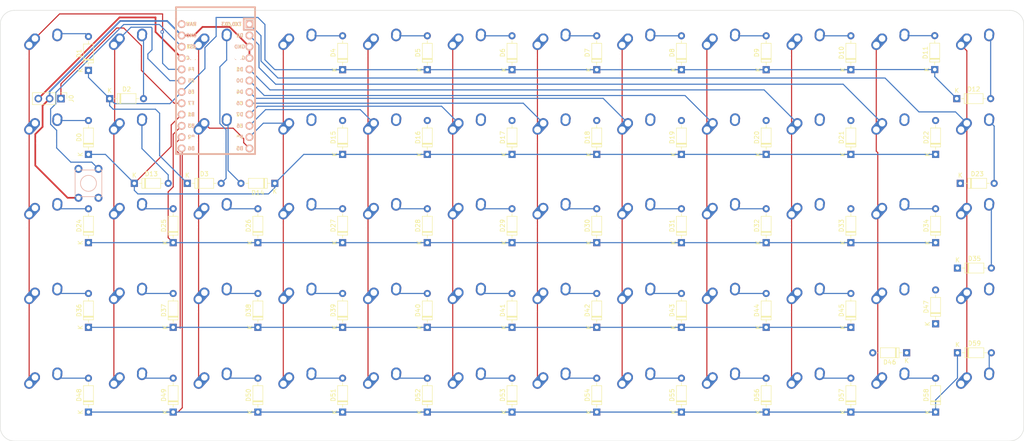
<source format=kicad_pcb>
(kicad_pcb (version 20211014) (generator pcbnew)
  (layers (0 "F.Cu" signal) (31 "B.Cu" signal) (34 "B.Paste" user) (35 "F.Paste" user) (36 "B.SilkS" user "B.Silkscreen") (37 "F.SilkS" user "F.Silkscreen") (38 "B.Mask" user) (39 "F.Mask" user) (44 "Edge.Cuts" user))
  (net 0 "")
  (net 1 "/COL0")
  (net 2 "/COL1")
  (net 3 "/COL2")
  (net 4 "/COL3")
  (net 5 "/COL4")
  (net 6 "/COL5")
  (net 7 "/COL6")
  (net 8 "/COL7")
  (net 9 "/COL8")
  (net 10 "/COL9")
  (net 11 "/COL10")
  (net 12 "/COL11")
  (net 13 "/PIN15")
  (net 14 "GND")
  (net 15 "+5V")
  (net 16 "/ROW0")
  (net 17 "/ROW1")
  (net 18 "/ROW2")
  (net 19 "/ROW3")
  (net 20 "/ROW4")
  (net 21 "Net-(D1-Pad2)")
  (net 22 "Net-(SW3-Pad2)")
  (net 23 "Net-(SW4-Pad2)")
  (net 24 "Net-(SW5-Pad2)")
  (net 25 "Net-(SW6-Pad2)")
  (net 26 "Net-(D7-Pad2)")
  (net 27 "Net-(SW9-Pad2)")
  (net 28 "Net-(SW10-Pad2)")
  (net 29 "Net-(SW11-Pad2)")
  (net 30 "Net-(SW12-Pad2)")
  (net 31 "Net-(D13-Pad2)")
  (net 32 "Net-(D14-Pad2)")
  (net 33 "Net-(D15-Pad2)")
  (net 34 "Net-(D16-Pad2)")
  (net 35 "Net-(D17-Pad2)")
  (net 36 "Net-(D18-Pad2)")
  (net 37 "Net-(D19-Pad2)")
  (net 38 "Net-(D20-Pad2)")
  (net 39 "Net-(D21-Pad2)")
  (net 40 "Net-(D22-Pad2)")
  (net 41 "Net-(D23-Pad2)")
  (net 42 "Net-(D24-Pad2)")
  (net 43 "Net-(D25-Pad2)")
  (net 44 "Net-(D26-Pad2)")
  (net 45 "Net-(D27-Pad2)")
  (net 46 "Net-(D28-Pad2)")
  (net 47 "Net-(D29-Pad2)")
  (net 48 "Net-(D30-Pad2)")
  (net 49 "Net-(D31-Pad2)")
  (net 50 "Net-(D32-Pad2)")
  (net 51 "Net-(D33-Pad2)")
  (net 52 "Net-(D34-Pad2)")
  (net 53 "Net-(D35-Pad2)")
  (net 54 "Net-(D36-Pad2)")
  (net 55 "Net-(D37-Pad2)")
  (net 56 "Net-(D38-Pad2)")
  (net 57 "Net-(D39-Pad2)")
  (net 58 "Net-(D40-Pad2)")
  (net 59 "Net-(D41-Pad2)")
  (net 60 "Net-(D42-Pad2)")
  (net 61 "Net-(D43-Pad2)")
  (net 62 "Net-(D44-Pad2)")
  (net 63 "Net-(D45-Pad2)")
  (net 64 "Net-(D46-Pad2)")
  (net 65 "Net-(D47-Pad2)")
  (net 66 "Net-(D48-Pad2)")
  (net 67 "Net-(D49-Pad2)")
  (net 68 "Net-(D50-Pad2)")
  (net 69 "Net-(D51-Pad2)")
  (net 70 "Net-(D52-Pad2)")
  (net 71 "Net-(D53-Pad2)")
  (net 72 "Net-(D54-Pad2)")
  (net 73 "Net-(D55-Pad2)")
  (net 74 "Net-(D56-Pad2)")
  (net 75 "Net-(D57-Pad2)")
  (net 76 "Net-(D58-Pad2)")
  (net 77 "Net-(D59-Pad2)")
  (net 78 "Net-(SW2-Pad2)")
  (net 79 "Net-(SW8-Pad2)")
  (net 80 "Net-(SW61-Pad1)")
  (net 81 "Net-(D0-Pad2)")
  (footprint "Diode_THT:D_DO-35_SOD27_P7.62mm_Horizontal" (layer "F.Cu") (at 57.15 42.8625)
    (fp_text reference "D2")
    (fp_text value "1N4148")
  )
  (footprint "MX_Alps_Hybrid:MX-1U-NoLED" (layer "F.Cu") (at 214.3125 90.4875)
    (fp_text reference "SW45")
    (fp_text value "MX")
  )
  (footprint "Diode_THT:D_DO-35_SOD27_P7.62mm_Horizontal" (layer "F.Cu") (at 242.697 36.322 90)
    (fp_text reference "D11")
    (fp_text value "1N4148")
  )
  (footprint "MX_Alps_Hybrid:MX-1U-NoLED" (layer "F.Cu") (at 61.9125 90.4875)
    (fp_text reference "SW37")
    (fp_text value "MX")
  )
  (footprint "Connector_PinHeader_2.54mm:PinHeader_1x03_P2.54mm_Vertical" (layer "F.Cu") (at 46.19625 42.8625 -90)
    (fp_text reference "J0")
    (fp_text value "Conn_01x03")
  )
  (footprint "Diode_THT:D_DO-35_SOD27_P7.62mm_Horizontal" (layer "F.Cu") (at 242.8875 75.2475 90)
    (fp_text reference "D34")
    (fp_text value "1N4148")
  )
  (footprint "MX_Alps_Hybrid:MX-1U-NoLED" (layer "F.Cu") (at 157.1625 33.3375)
    (fp_text reference "SW7")
    (fp_text value "MX")
  )
  (footprint "Diode_THT:D_DO-35_SOD27_P7.62mm_Horizontal" (layer "F.Cu") (at 204.7875 75.2475 90)
    (fp_text reference "D32")
    (fp_text value "1N4148")
  )
  (footprint "Diode_THT:D_DO-35_SOD27_P7.62mm_Horizontal" (layer "F.Cu") (at 242.8875 113.3475 90)
    (fp_text reference "D58")
    (fp_text value "1N4148")
  )
  (footprint "MX_Alps_Hybrid:MX-1U-NoLED" (layer "F.Cu") (at 252.4125 90.4875)
    (fp_text reference "SW47")
    (fp_text value "MX")
  )
  (footprint "Diode_THT:D_DO-35_SOD27_P7.62mm_Horizontal" (layer "F.Cu") (at 109.5375 55.40375 90)
    (fp_text reference "D15")
    (fp_text value "1N4148")
  )
  (footprint "MX_Alps_Hybrid:MX-1U-NoLED" (layer "F.Cu") (at 157.1625 52.3875)
    (fp_text reference "SW18")
    (fp_text value "MX")
  )
  (footprint "Diode_THT:D_DO-35_SOD27_P7.62mm_Horizontal" (layer "F.Cu") (at 166.6875 94.2975 90)
    (fp_text reference "D42")
    (fp_text value "1N4148")
  )
  (footprint "Diode_THT:D_DO-35_SOD27_P7.62mm_Horizontal" (layer "F.Cu") (at 147.6375 94.2975 90)
    (fp_text reference "D41")
    (fp_text value "1N4148")
  )
  (footprint "MX_Alps_Hybrid:MX-1U-NoLED" (layer "F.Cu") (at 100.0125 52.3875)
    (fp_text reference "SW15")
    (fp_text value "MX")
  )
  (footprint "MX_Alps_Hybrid:MX-1U-NoLED" (layer "F.Cu") (at 138.1125 109.5375)
    (fp_text reference "SW53")
    (fp_text value "MX")
  )
  (footprint "MX_Alps_Hybrid:MX-1U-NoLED" (layer "F.Cu") (at 138.1125 90.4875)
    (fp_text reference "SW41")
    (fp_text value "MX")
  )
  (footprint "Diode_THT:D_DO-35_SOD27_P7.62mm_Horizontal" (layer "F.Cu") (at 109.5375 36.35375 90)
    (fp_text reference "D4")
    (fp_text value "1N4148")
  )
  (footprint "MX_Alps_Hybrid:MX-1U-NoLED" (layer "F.Cu") (at 157.1625 90.4875)
    (fp_text reference "SW42")
    (fp_text value "MX")
  )
  (footprint "MX_Alps_Hybrid:MX-1U-NoLED" (layer "F.Cu") (at 176.2125 52.3875)
    (fp_text reference "SW19")
    (fp_text value "MX")
  )
  (footprint "MX_Alps_Hybrid:MX-1U-NoLED" (layer "F.Cu") (at 119.0625 52.3875)
    (fp_text reference "SW16")
    (fp_text value "MX")
  )
  (footprint "Diode_THT:D_DO-35_SOD27_P7.62mm_Horizontal" (layer "F.Cu") (at 128.5875 94.2975 90)
    (fp_text reference "D40")
    (fp_text value "1N4148")
  )
  (footprint "MX_Alps_Hybrid:MX-1U-NoLED" (layer "F.Cu") (at 176.2125 90.4875)
    (fp_text reference "SW43")
    (fp_text value "MX")
  )
  (footprint "Diode_THT:D_DO-35_SOD27_P7.62mm_Horizontal" (layer "F.Cu") (at 128.5875 113.3475 90)
    (fp_text reference "D52")
    (fp_text value "1N4148")
  )
  (footprint "Diode_THT:D_DO-35_SOD27_P7.62mm_Horizontal" (layer "F.Cu") (at 185.7375 113.3475 90)
    (fp_text reference "D55")
    (fp_text value "1N4148")
  )
  (footprint "MX_Alps_Hybrid:MX-1U-NoLED" (layer "F.Cu") (at 61.9125 71.4375)
    (fp_text reference "SW25")
    (fp_text value "MX")
  )
  (footprint "MX_Alps_Hybrid:MX-1U-NoLED" (layer "F.Cu") (at 195.2625 52.3875)
    (fp_text reference "SW20")
    (fp_text value "MX")
  )
  (footprint "Diode_THT:D_DO-35_SOD27_P7.62mm_Horizontal" (layer "F.Cu") (at 223.8375 36.35375 90)
    (fp_text reference "D10")
    (fp_text value "1N4148")
  )
  (footprint "Diode_THT:D_DO-35_SOD27_P7.62mm_Horizontal" (layer "F.Cu") (at 247.80875 100.0125)
    (fp_text reference "D59")
    (fp_text value "1N4148")
  )
  (footprint "Diode_THT:D_DO-35_SOD27_P7.62mm_Horizontal" (layer "F.Cu") (at 71.4375 113.3475 90)
    (fp_text reference "D49")
    (fp_text value "1N4148")
  )
  (footprint "MX_Alps_Hybrid:MX-1U-NoLED" (layer "F.Cu") (at 176.2125 33.3375)
    (fp_text reference "SW8")
    (fp_text value "MX")
  )
  (footprint "Diode_THT:D_DO-35_SOD27_P7.62mm_Horizontal" (layer "F.Cu") (at 204.7875 94.2975 90)
    (fp_text reference "D44")
    (fp_text value "1N4148")
  )
  (footprint "MX_Alps_Hybrid:MX-1U-NoLED" (layer "F.Cu") (at 119.0625 33.3375)
    (fp_text reference "SW5")
    (fp_text value "MX")
  )
  (footprint "MX_Alps_Hybrid:MX-1U-NoLED" (layer "F.Cu") (at 195.2625 90.4875)
    (fp_text reference "SW44")
    (fp_text value "MX")
  )
  (footprint "Diode_THT:D_DO-35_SOD27_P7.62mm_Horizontal" (layer "F.Cu") (at 71.4375 94.2975 90)
    (fp_text reference "D37")
    (fp_text value "1N4148")
  )
  (footprint "Diode_THT:D_DO-35_SOD27_P7.62mm_Horizontal" (layer "F.Cu") (at 185.7375 75.2475 90)
    (fp_text reference "D31")
    (fp_text value "1N4148")
  )
  (footprint "Diode_THT:D_DO-35_SOD27_P7.62mm_Horizontal" (layer "F.Cu") (at 147.6375 36.35375 90)
    (fp_text reference "D6")
    (fp_text value "1N4148")
  )
  (footprint "Diode_THT:D_DO-35_SOD27_P7.62mm_Horizontal" (layer "F.Cu") (at 204.7875 36.35375 90)
    (fp_text reference "D9")
    (fp_text value "1N4148")
  )
  (footprint "Diode_THT:D_DO-35_SOD27_P7.62mm_Horizontal" (layer "F.Cu") (at 62.70625 61.9125)
    (fp_text reference "D13")
    (fp_text value "1N4148")
  )
  (footprint "MX_Alps_Hybrid:MX-1U-NoLED" (layer "F.Cu") (at 80.9625 71.4375)
    (fp_text reference "SW26")
    (fp_text value "MX")
  )
  (footprint "MX_Alps_Hybrid:MX-1U-NoLED" (layer "F.Cu") (at 233.3625 71.4375)
    (fp_text reference "SW34")
    (fp_text value "MX")
  )
  (footprint "Diode_THT:D_DO-35_SOD27_P7.62mm_Horizontal" (layer "F.Cu") (at 236.37875 100.0125 180)
    (fp_text reference "D46")
    (fp_text value "1N4148")
  )
  (footprint "MX_Alps_Hybrid:MX-1U-NoLED" (layer "F.Cu") (at 157.1625 109.5375)
    (fp_text reference "SW54")
    (fp_text value "MX")
  )
  (footprint "Diode_THT:D_DO-35_SOD27_P7.62mm_Horizontal" (layer "F.Cu") (at 52.3875 75.2475 90)
    (fp_text reference "D24")
    (fp_text value "1N4148")
  )
  (footprint "Diode_THT:D_DO-35_SOD27_P7.62mm_Horizontal" (layer "F.Cu") (at 223.8375 94.2975 90)
    (fp_text reference "D45")
    (fp_text value "1N4148")
  )
  (footprint "MX_Alps_Hybrid:MX-1U-NoLED" (layer "F.Cu") (at 233.3625 109.5375)
    (fp_text reference "SW58")
    (fp_text value "MX")
  )
  (footprint "Diode_THT:D_DO-35_SOD27_P7.62mm_Horizontal" (layer "F.Cu") (at 248.44375 61.9125)
    (fp_text reference "D23")
    (fp_text value "1N4148")
  )
  (footprint "MX_Alps_Hybrid:MX-1U-NoLED" (layer "F.Cu") (at 138.1125 33.3375)
    (fp_text reference "SW6")
    (fp_text value "MX")
  )
  (footprint "MX_Alps_Hybrid:MX-1U-NoLED" (layer "F.Cu") (at 233.3625 33.3375)
    (fp_text reference "SW11")
    (fp_text value "MX")
  )
  (footprint "MX_Alps_Hybrid:MX-1U-NoLED" (layer "F.Cu") (at 214.3125 33.3375)
    (fp_text reference "SW10")
    (fp_text value "MX")
  )
  (footprint "MX_Alps_Hybrid:MX-1U-NoLED" (layer "F.Cu") (at 61.9125 33.3375)
    (fp_text reference "SW2")
    (fp_text value "MX")
  )
  (footprint "MX_Alps_Hybrid:MX-1U-NoLED" (layer "F.Cu") (at 80.9625 109.5375)
    (fp_text reference "SW50")
    (fp_text value "MX")
  )
  (footprint "Diode_THT:D_DO-35_SOD27_P7.62mm_Horizontal" (layer "F.Cu") (at 128.5875 36.35375 90)
    (fp_text reference "D5")
    (fp_text value "1N4148")
  )
  (footprint "Diode_THT:D_DO-35_SOD27_P7.62mm_Horizontal" (layer "F.Cu") (at 109.5375 113.3475 90)
    (fp_text reference "D51")
    (fp_text value "1N4148")
  )
  (footprint "MX_Alps_Hybrid:MX-1U-NoLED" (layer "F.Cu") (at 80.9625 90.4875)
    (fp_text reference "SW38")
    (fp_text value "MX")
  )
  (footprint "MX_Alps_Hybrid:MX-1U-NoLED" (layer "F.Cu") (at 119.0625 71.4375)
    (fp_text reference "SW28")
    (fp_text value "MX")
  )
  (footprint "MX_Alps_Hybrid:MX-1U-NoLED" (layer "F.Cu") (at 61.9125 52.3875)
    (fp_text reference "SW13")
    (fp_text value "MX")
  )
  (footprint "MX_Alps_Hybrid:MX-1U-NoLED" (layer "F.Cu") (at 214.3125 109.5375)
    (fp_text reference "SW57")
    (fp_text value "MX")
  )
  (footprint "MX_Alps_Hybrid:MX-1U-NoLED" (layer "F.Cu") (at 42.8625 90.4875)
    (fp_text reference "SW36")
    (fp_text value "MX")
  )
  (footprint "Diode_THT:D_DO-35_SOD27_P7.62mm_Horizontal" (layer "F.Cu") (at 223.8375 55.40375 90)
    (fp_text reference "D21")
    (fp_text value "1N4148")
  )
  (footprint "Diode_THT:D_DO-35_SOD27_P7.62mm_Horizontal" (layer "F.Cu") (at 52.3875 55.40375 90)
    (fp_text reference "D0")
    (fp_text value "1N4148")
  )
  (footprint "MX_Alps_Hybrid:MX-1U-NoLED" (layer "F.Cu") (at 252.4125 33.3375)
    (fp_text reference "SW12")
    (fp_text value "MX")
  )
  (footprint "MX_Alps_Hybrid:MX-1U-NoLED" (layer "F.Cu") (at 42.8625 33.3375)
    (fp_text reference "SW1")
    (fp_text value "MX")
  )
  (footprint "Diode_THT:D_DO-35_SOD27_P7.62mm_Horizontal" (layer "F.Cu") (at 52.3875 113.3475 90)
    (fp_text reference "D48")
    (fp_text value "1N4148")
  )
  (footprint "Diode_THT:D_DO-35_SOD27_P7.62mm_Horizontal" (layer "F.Cu") (at 185.7375 55.40375 90)
    (fp_text reference "D19")
    (fp_text value "1N4148")
  )
  (footprint "MX_Alps_Hybrid:MX-1U-NoLED" (layer "F.Cu") (at 119.0625 90.4875)
    (fp_text reference "SW40")
    (fp_text value "MX")
  )
  (footprint "Diode_THT:D_DO-35_SOD27_P7.62mm_Horizontal" (layer "F.Cu") (at 166.6875 75.2475 90)
    (fp_text reference "D30")
    (fp_text value "1N4148")
  )
  (footprint "Diode_THT:D_DO-35_SOD27_P7.62mm_Horizontal" (layer "F.Cu") (at 94.2975 61.9125 180)
    (fp_text reference "D14")
    (fp_text value "1N4148")
  )
  (footprint "MX_Alps_Hybrid:MX-1U-NoLED" (layer "F.Cu") (at 233.3625 90.4875)
    (fp_text reference "SW46")
    (fp_text value "MX")
  )
  (footprint "MX_Alps_Hybrid:MX-1U-NoLED" (layer "F.Cu") (at 214.3125 71.4375)
    (fp_text reference "SW33")
    (fp_text value "MX")
  )
  (footprint "Diode_THT:D_DO-35_SOD27_P7.62mm_Horizontal" (layer "F.Cu") (at 147.6375 75.2475 90)
    (fp_text reference "D29")
    (fp_text value "1N4148")
  )
  (footprint "Diode_THT:D_DO-35_SOD27_P7.62mm_Horizontal" (layer "F.Cu") (at 71.4375 75.2475 90)
    (fp_text reference "D25")
    (fp_text value "1N4148")
  )
  (footprint "Diode_THT:D_DO-35_SOD27_P7.62mm_Horizontal" (layer "F.Cu") (at 90.4875 113.3475 90)
    (fp_text reference "D50")
    (fp_text value "1N4148")
  )
  (footprint "Diode_THT:D_DO-35_SOD27_P7.62mm_Horizontal" (layer "F.Cu") (at 204.7875 55.40375 90)
    (fp_text reference "D20")
    (fp_text value "1N4148")
  )
  (footprint "Diode_THT:D_DO-35_SOD27_P7.62mm_Horizontal" (layer "F.Cu") (at 147.6375 113.3475 90)
    (fp_text reference "D53")
    (fp_text value "1N4148")
  )
  (footprint "Diode_THT:D_DO-35_SOD27_P7.62mm_Horizontal" (layer "F.Cu") (at 74.6125 61.9125)
    (fp_text reference "D3")
    (fp_text value "1N4148")
  )
  (footprint "MX_Alps_Hybrid:MX-1U-NoLED" (layer "F.Cu") (at 252.4125 71.4375)
    (fp_text reference "SW35")
    (fp_text value "MX")
  )
  (footprint "MX_Alps_Hybrid:MX-1U-NoLED" (layer "F.Cu") (at 195.2625 33.3375)
    (fp_text reference "SW9")
    (fp_text value "MX")
  )
  (footprint "Diode_THT:D_DO-35_SOD27_P7.62mm_Horizontal" (layer "F.Cu") (at 52.3875 94.2975 90)
    (fp_text reference "D36")
    (fp_text value "1N4148")
  )
  (footprint "Diode_THT:D_DO-35_SOD27_P7.62mm_Horizontal" (layer "F.Cu") (at 185.7375 36.35375 90)
    (fp_text reference "D8")
    (fp_text value "1N4148")
  )
  (footprint "MX_Alps_Hybrid:MX-1U-NoLED" (layer "F.Cu") (at 252.4125 52.3875)
    (fp_text reference "SW23")
    (fp_text value "MX")
  )
  (footprint "MX_Alps_Hybrid:MX-1U-NoLED" (layer "F.Cu") (at 42.8625 71.4375)
    (fp_text reference "SW24")
    (fp_text value "MX")
  )
  (footprint "MX_Alps_Hybrid:MX-1U-NoLED" (layer "F.Cu") (at 100.0125 33.3375)
    (fp_text reference "SW4")
    (fp_text value "MX")
  )
  (footprint "MX_Alps_Hybrid:MX-1U-NoLED" (layer "F.Cu") (at 157.1625 71.4375)
    (fp_text reference "SW30")
    (fp_text value "MX")
  )
  (footprint "MX_Alps_Hybrid:MX-1U-NoLED" (layer "F.Cu") (at 61.9125 109.5375)
    (fp_text reference "SW49")
    (fp_text value "MX")
  )
  (footprint "MX_Alps_Hybrid:MX-1U-NoLED" (layer "F.Cu") (at 42.8625 109.5375)
    (fp_text reference "SW48")
    (fp_text value "MX")
  )
  (footprint "MX_Alps_Hybrid:MX-1U-NoLED" (layer "F.Cu") (at 138.1125 71.4375)
    (fp_text reference "SW29")
    (fp_text value "MX")
  )
  (footprint "Diode_THT:D_DO-35_SOD27_P7.62mm_Horizontal" (layer "F.Cu") (at 128.5875 75.2475 90)
    (fp_text reference "D28")
    (fp_text value "1N4148")
  )
  (footprint "MX_Alps_Hybrid:MX-1U-NoLED" (layer "F.Cu") (at 195.2625 71.4375)
    (fp_text reference "SW32")
    (fp_text value "MX")
  )
  (footprint "MX_Alps_Hybrid:MX-1U-NoLED" (layer "F.Cu") (at 138.1125 52.3875)
    (fp_text reference "SW17")
    (fp_text value "MX")
  )
  (footprint "Diode_THT:D_DO-35_SOD27_P7.62mm_Horizontal" (layer "F.Cu") (at 128.5875 55.40375 90)
    (fp_text reference "D16")
    (fp_text value "1N4148")
  )
  (footprint "MX_Alps_Hybrid:MX-1U-NoLED" (layer "F.Cu") (at 252.4125 109.5375)
    (fp_text reference "SW59")
    (fp_text value "MX")
  )
  (footprint "Diode_THT:D_DO-35_SOD27_P7.62mm_Horizontal" (layer "F.Cu") (at 166.6875 55.40375 90)
    (fp_text reference "D18")
    (fp_text value "1N4148")
  )
  (footprint "Diode_THT:D_DO-35_SOD27_P7.62mm_Horizontal" (layer "F.Cu") (at 223.8375 113.3475 90)
    (fp_text reference "D57")
    (fp_text value "1N4148")
  )
  (footprint "Diode_THT:D_DO-35_SOD27_P7.62mm_Horizontal" (layer "F.Cu") (at 223.8375 75.2475 90)
    (fp_text reference "D33")
    (fp_text value "1N4148")
  )
  (footprint "Diode_THT:D_DO-35_SOD27_P7.62mm_Horizontal" (layer "F.Cu") (at 109.5375 94.2975 90)
    (fp_text reference "D39")
    (fp_text value "1N4148")
  )
  (footprint "Diode_THT:D_DO-35_SOD27_P7.62mm_Horizontal" (layer "F.Cu") (at 90.4875 75.2475 90)
    (fp_text reference "D26")
    (fp_text value "1N4148")
  )
  (footprint "MX_Alps_Hybrid:MX-1U-NoLED" (layer "F.Cu") (at 100.0125 90.4875)
    (fp_text reference "SW39")
    (fp_text value "MX")
  )
  (footprint "Diode_THT:D_DO-35_SOD27_P7.62mm_Horizontal" (layer "F.Cu") (at 247.80875 80.9625)
    (fp_text reference "D35")
    (fp_text value "1N4148")
  )
  (footprint "MX_Alps_Hybrid:MX-1U-NoLED" (layer "F.Cu") (at 119.0625 109.5375)
    (fp_text reference "SW52")
    (fp_text value "MX")
  )
  (footprint "Diode_THT:D_DO-35_SOD27_P7.62mm_Horizontal" (layer "F.Cu") (at 166.6875 36.35375 90)
    (fp_text reference "D7")
    (fp_text value "1N4148")
  )
  (footprint "Diode_THT:D_DO-35_SOD27_P7.62mm_Horizontal" (layer "F.Cu") (at 166.6875 113.3475 90)
    (fp_text reference "D54")
    (fp_text value "1N4148")
  )
  (footprint "Diode_THT:D_DO-35_SOD27_P7.62mm_Horizontal" (layer "F.Cu") (at 52.3875 36.5125 90)
    (fp_text reference "D1")
    (fp_text value "1N4148")
  )
  (footprint "Diode_THT:D_DO-35_SOD27_P7.62mm_Horizontal" (layer "F.Cu") (at 204.7875 113.3475 90)
    (fp_text reference "D56")
    (fp_text value "1N4148")
  )
  (footprint "Diode_THT:D_DO-35_SOD27_P7.62mm_Horizontal" (layer "F.Cu") (at 247.65 42.8625)
    (fp_text reference "D12")
    (fp_text value "1N4148")
  )
  (footprint "Diode_THT:D_DO-35_SOD27_P7.62mm_Horizontal" (layer "F.Cu") (at 109.5375 75.2475 90)
    (fp_text reference "D27")
    (fp_text value "1N4148")
  )
  (footprint "Diode_THT:D_DO-35_SOD27_P7.62mm_Horizontal" (layer "F.Cu") (at 90.4875 94.2975 90)
    (fp_text reference "D38")
    (fp_text value "1N4148")
  )
  (footprint "Diode_THT:D_DO-35_SOD27_P7.62mm_Horizontal" (layer "F.Cu") (at 147.6375 55.40375 90)
    (fp_text reference "D17")
    (fp_text value "1N4148")
  )
  (footprint "MX_Alps_Hybrid:MX-1U-NoLED" (layer "F.Cu") (at 100.0125 71.4375)
    (fp_text reference "SW27")
    (fp_text value "MX")
  )
  (footprint "MX_Alps_Hybrid:MX-1U-NoLED" (layer "F.Cu") (at 176.2125 109.5375)
    (fp_text reference "SW55")
    (fp_text value "MX")
  )
  (footprint "Diode_THT:D_DO-35_SOD27_P7.62mm_Horizontal" (layer "F.Cu") (at 242.8875 55.40375 90)
    (fp_text reference "D22")
    (fp_text value "1N4148")
  )
  (footprint "Diode_THT:D_DO-35_SOD27_P7.62mm_Horizontal" (layer "F.Cu") (at 185.7375 94.2975 90)
    (fp_text reference "D43")
    (fp_text value "1N4148")
  )
  (footprint "MX_Alps_Hybrid:MX-1U-NoLED" (layer "F.Cu") (at 233.3625 52.3875)
    (fp_text reference "SW22")
    (fp_text value "MX")
  )
  (footprint "Diode_THT:D_DO-35_SOD27_P7.62mm_Horizontal" (layer "F.Cu") (at 242.8875 93.50375 90)
    (fp_text reference "D47")
    (fp_text value "1N4148")
  )
  (footprint "MX_Alps_Hybrid:MX-1U-NoLED" (layer "F.Cu") (at 42.8625 52.3875)
    (fp_text reference "SW0")
    (fp_text value "MX")
  )
  (footprint "MX_Alps_Hybrid:MX-1U-NoLED" (layer "F.Cu") (at 195.2625 109.5375)
    (fp_text reference "SW56")
    (fp_text value "MX")
  )
  (footprint "MX_Alps_Hybrid:MX-1U-NoLED" (layer "F.Cu") (at 80.9625 52.3875)
    (fp_text reference "SW14")
    (fp_text value "MX")
  )
  (footprint "MX_Alps_Hybrid:MX-1U-NoLED" (layer "F.Cu") (at 100.0125 109.5375)
    (fp_text reference "SW51")
    (fp_text value "MX")
  )
  (footprint "MX_Alps_Hybrid:MX-1U-NoLED" (layer "F.Cu") (at 80.9625 33.3375)
    (fp_text reference "SW3")
    (fp_text value "MX")
  )
  (footprint "MX_Alps_Hybrid:MX-1U-NoLED" (layer "F.Cu") (at 214.3125 52.3875)
    (fp_text reference "SW21")
    (fp_text value "MX")
  )
  (footprint "MX_Alps_Hybrid:MX-1U-NoLED" (layer "F.Cu") (at 176.2125 71.4375)
    (fp_text reference "SW31")
    (fp_text value "MX")
  )
  (footprint "Molex-0548190589:PushButton_6x6mm_TH_Pretty" (layer "B.Cu") (at 52.3875 61.9125 90)
    (fp_text reference "SW61")
    (fp_text value "MX")
  )
  (footprint "Keebio-Parts:ArduinoProMicro" (layer "B.Cu") (at 80.9625 40.08675 -90)
    (fp_text reference "U0" hide)
    (fp_text value "Sparkfun_Pro_Micro" hide)
  )
  (gr_arc (start 35.71875 119.85625) (mid 33.473686 118.926314) (end 32.54375 116.68125) (layer "Edge.Cuts") (width 0.1))
  (gr_arc (start 262.73125 116.68125) (mid 261.801314 118.926314) (end 259.55625 119.85625) (layer "Edge.Cuts") (width 0.1))
  (gr_line (start 35.71875 23.01875) (end 259.55625 23.01875) (layer "Edge.Cuts") (width 0.1))
  (gr_line (start 262.73125 26.19375) (end 262.73125 116.68125) (layer "Edge.Cuts") (width 0.1))
  (gr_arc (start 32.54375 26.19375) (mid 33.473686 23.948686) (end 35.71875 23.01875) (layer "Edge.Cuts") (width 0.1))
  (gr_line (start 259.55625 119.85625) (end 35.71875 119.85625) (layer "Edge.Cuts") (width 0.1))
  (gr_arc (start 259.55625 23.01875) (mid 261.801314 23.948686) (end 262.73125 26.19375) (layer "Edge.Cuts") (width 0.1))
  (gr_line (start 32.54375 116.68125) (end 32.54375 26.19375) (layer "Edge.Cuts") (width 0.1))
  (segment (start 39.0525 68.8975) (end 39.0525 106.9975) (width 0.25) (layer "F.Cu") (net 1))
  (segment (start 45.8875 23.8125) (end 69.05625 23.8125) (width 0.25) (layer "F.Cu") (net 1))
  (segment (start 69.05625 23.8125) (end 69.05625 27.78125) (width 0.25) (layer "F.Cu") (net 1))
  (segment (start 69.05625 27.78125) (end 68.979326 27.858174) (width 0.25) (layer "F.Cu") (net 1))
  (segment (start 39.0525 30.7975) (end 39.0525 68.8975) (width 0.25) (layer "F.Cu") (net 1))
  (segment (start 40.3625 29.3375) (end 45.8875 23.8125) (width 0.25) (layer "F.Cu") (net 1))
  (via (at 68.979326 27.858174) (size 0.8) (drill 0.4) (layers "F.Cu" "B.Cu") (net 1))
  (segment (start 68.979326 27.858174) (end 69.05625 27.935098) (width 0.25) (layer "B.Cu") (net 1))
  (segment (start 69.05625 27.935098) (end 69.05625 34.925) (width 0.25) (layer "B.Cu") (net 1))
  (segment (start 70.408 36.27675) (end 73.3425 36.27675) (width 0.25) (layer "B.Cu") (net 1))
  (segment (start 69.05625 34.925) (end 70.408 36.27675) (width 0.25) (layer "B.Cu") (net 1))
  (segment (start 58.1025 49.8475) (end 58.1025 106.9975) (width 0.25) (layer "F.Cu") (net 2))
  (segment (start 58.275 30.97) (end 58.275 49.675) (width 0.25) (layer "F.Cu") (net 2))
  (segment (start 58.275 49.675) (end 58.1025 49.8475) (width 0.25) (layer "F.Cu") (net 2))
  (segment (start 58.1025 30.7975) (end 58.275 30.97) (width 0.25) (layer "F.Cu") (net 2))
  (segment (start 66.675 26.9875) (end 66.675 31.887231) (width 0.25) (layer "B.Cu") (net 2))
  (segment (start 65.742499 33.855268) (end 70.703981 38.81675) (width 0.25) (layer "B.Cu") (net 2))
  (segment (start 59.4125 29.4875) (end 58.1025 30.7975) (width 0.25) (layer "B.Cu") (net 2))
  (segment (start 65.742499 32.819732) (end 65.742499 33.855268) (width 0.25) (layer "B.Cu") (net 2))
  (segment (start 66.495 26.8075) (end 66.675 26.9875) (width 0.25) (layer "B.Cu") (net 2))
  (segment (start 61.9425 26.8075) (end 66.495 26.8075) (width 0.25) (layer "B.Cu") (net 2))
  (segment (start 59.4125 29.3375) (end 61.9425 26.8075) (width 0.25) (layer "B.Cu") (net 2))
  (segment (start 70.703981 38.81675) (end 73.3425 38.81675) (width 0.25) (layer "B.Cu") (net 2))
  (segment (start 66.675 31.887231) (end 65.742499 32.819732) (width 0.25) (layer "B.Cu") (net 2))
  (segment (start 59.4125 29.3375) (end 59.4125 29.4875) (width 0.25) (layer "B.Cu") (net 2))
  (segment (start 84.935269 49.5125) (end 79.5875 49.5125) (width 0.25) (layer "F.Cu") (net 3))
  (segment (start 77.1525 30.7975) (end 77.1525 49.8475) (width 0.25) (layer "F.Cu") (net 3))
  (segment (start 87.292501 51.869732) (end 84.935269 49.5125) (width 0.25) (layer "F.Cu") (net 3))
  (segment (start 87.292501 52.766751) (end 87.292501 51.869732) (width 0.25) (layer "F.Cu") (net 3))
  (segment (start 79.5875 49.5125) (end 78.4625 48.3875) (width 0.25) (layer "F.Cu") (net 3))
  (segment (start 77.1525 68.8975) (end 77.1525 106.9975) (width 0.25) (layer "F.Cu") (net 3))
  (segment (start 88.5825 54.05675) (end 87.292501 52.766751) (width 0.25) (layer "F.Cu") (net 3))
  (segment (start 77.1525 68.8975) (end 77.1525 49.8475) (width 0.25) (layer "F.Cu") (net 3))
  (segment (start 96.2025 30.7975) (end 96.2025 106.9975) (width 0.25) (layer "F.Cu") (net 4))
  (segment (start 91.71175 48.3875) (end 97.5125 48.3875) (width 0.25) (layer "B.Cu") (net 4))
  (segment (start 88.5825 51.51675) (end 91.71175 48.3875) (width 0.25) (layer "B.Cu") (net 4))
  (segment (start 115.2525 30.7975) (end 115.2525 106.9975) (width 0.25) (layer "F.Cu") (net 5))
  (segment (start 92.22025 45.339) (end 113.514 45.339) (width 0.25) (layer "B.Cu") (net 5))
  (segment (start 88.5825 48.97675) (end 92.22025 45.339) (width 0.25) (layer "B.Cu") (net 5))
  (segment (start 113.514 45.339) (end 116.5625 48.3875) (width 0.25) (layer "B.Cu") (net 5))
  (segment (start 134.3025 30.7975) (end 134.3025 106.9975) (width 0.25) (layer "F.Cu") (net 6))
  (segment (start 88.5825 46.43675) (end 90.44225 44.577) (width 0.25) (layer "B.Cu") (net 6))
  (segment (start 90.44225 44.577) (end 131.802 44.577) (width 0.25) (layer "B.Cu") (net 6))
  (segment (start 131.802 44.577) (end 135.6125 48.3875) (width 0.25) (layer "B.Cu") (net 6))
  (segment (start 153.3525 30.7975) (end 153.3525 106.9975) (width 0.25) (layer "F.Cu") (net 7))
  (segment (start 150.17175 43.89675) (end 154.6625 48.3875) (width 0.25) (layer "B.Cu") (net 7))
  (segment (start 88.5825 43.89675) (end 150.17175 43.89675) (width 0.25) (layer "B.Cu") (net 7))
  (segment (start 172.4025 30.7975) (end 172.4025 106.9975) (width 0.25) (layer "F.Cu") (net 8))
  (segment (start 88.5825 41.35675) (end 90.02475 42.799) (width 0.25) (layer "B.Cu") (net 8))
  (segment (start 168.124 42.799) (end 173.7125 48.3875) (width 0.25) (layer "B.Cu") (net 8))
  (segment (start 90.02475 42.799) (end 168.124 42.799) (width 0.25) (layer "B.Cu") (net 8))
  (segment (start 191.4525 30.7975) (end 191.4525 106.9975) (width 0.25) (layer "F.Cu") (net 9))
  (segment (start 186.539 42.164) (end 192.7625 48.3875) (width 0.25) (layer "B.Cu") (net 9))
  (segment (start 88.5825 38.81675) (end 91.92975 42.164) (width 0.25) (layer "B.Cu") (net 9))
  (segment (start 91.92975 42.164) (end 186.539 42.164) (width 0.25) (layer "B.Cu") (net 9))
  (segment (start 210.5025 30.7975) (end 210.5025 106.9975) (width 0.25) (layer "F.Cu") (net 10))
  (segment (start 88.5825 36.27675) (end 93.19975 40.894) (width 0.25) (layer "B.Cu") (net 10))
  (segment (start 93.19975 40.894) (end 204.319 40.894) (width 0.25) (layer "B.Cu") (net 10))
  (segment (start 204.319 40.894) (end 211.8125 48.3875) (width 0.25) (layer "B.Cu") (net 10))
  (segment (start 229.5525 54.6735) (end 229.88375 55.00475) (width 0.25) (layer "F.Cu") (net 11))
  (segment (start 229.88375 106.66625) (end 229.5525 106.9975) (width 0.25) (layer "F.Cu") (net 11))
  (segment (start 229.88375 55.00475) (end 229.88375 106.66625) (width 0.25) (layer "F.Cu") (net 11))
  (segment (start 229.5525 30.7975) (end 229.5525 54.6735) (width 0.25) (layer "F.Cu") (net 11))
  (segment (start 222.099 39.624) (end 230.8625 48.3875) (width 0.25) (layer "B.Cu") (net 11))
  (segment (start 88.5825 28.65675) (end 90.736 30.81025) (width 0.25) (layer "B.Cu") (net 11))
  (segment (start 94.488 39.624) (end 222.099 39.624) (width 0.25) (layer "B.Cu") (net 11))
  (segment (start 90.736 30.81025) (end 90.736 35.872) (width 0.25) (layer "B.Cu") (net 11))
  (segment (start 90.736 35.872) (end 94.488 39.624) (width 0.25) (layer "B.Cu") (net 11))
  (segment (start 248.6025 30.7975) (end 249.9125 32.1075) (width 0.25) (layer "F.Cu") (net 12))
  (segment (start 249.9125 32.1075) (end 249.9125 105.5375) (width 0.25) (layer "F.Cu") (net 12))
  (segment (start 91.186 28.72025) (end 88.5825 26.11675) (width 0.25) (layer "B.Cu") (net 12))
  (segment (start 249.9125 48.3875) (end 247.372 45.847) (width 0.25) (layer "B.Cu") (net 12))
  (segment (start 94.996 38.227) (end 91.186 34.417) (width 0.25) (layer "B.Cu") (net 12))
  (segment (start 247.372 45.847) (end 239.141 45.847) (width 0.25) (layer "B.Cu") (net 12))
  (segment (start 91.186 34.417) (end 91.186 28.72025) (width 0.25) (layer "B.Cu") (net 12))
  (segment (start 231.521 38.227) (end 94.996 38.227) (width 0.25) (layer "B.Cu") (net 12))
  (segment (start 239.141 45.847) (end 231.521 38.227) (width 0.25) (layer "B.Cu") (net 12))
  (segment (start 64.29375 30.95625) (end 64.29375 36.5125) (width 0.25) (layer "F.Cu") (net 13))
  (segment (start 64.29375 36.5125) (end 71.678 43.89675) (width 0.25) (layer "F.Cu") (net 13))
  (segment (start 71.678 43.89675) (end 73.3425 43.89675) (width 0.25) (layer "F.Cu") (net 13))
  (segment (start 58.7375 26.9875) (end 60.325 26.9875) (width 0.25) (layer "F.Cu") (net 13))
  (segment (start 46.19625 42.8625) (end 46.19625 39.52875) (width 0.25) (layer "F.Cu") (net 13))
  (segment (start 60.325 26.9875) (end 64.29375 30.95625) (width 0.25) (layer "F.Cu") (net 13))
  (segment (start 46.19625 39.52875) (end 58.7375 26.9875) (width 0.25) (layer "F.Cu") (net 13))
  (segment (start 40.428099 50.853151) (end 42.06875 49.2125) (width 0.381) (layer "F.Cu") (net 14))
  (segment (start 88.5825 31.19675) (end 88.5825 33.73675) (width 0.381) (layer "F.Cu") (net 14))
  (segment (start 47.7 65.1625) (end 40.428099 57.890599) (width 0.381) (layer "F.Cu") (net 14))
  (segment (start 40.428099 57.890599) (end 40.428099 50.853151) (width 0.381) (layer "F.Cu") (net 14))
  (segment (start 42.06875 44.45) (end 43.65625 42.8625) (width 0.381) (layer "F.Cu") (net 14))
  (segment (start 88.5825 31.194259) (end 88.5825 31.19675) (width 0.381) (layer "F.Cu") (net 14))
  (segment (start 78.033 26.742) (end 84.130241 26.742) (width 0.381) (layer "F.Cu") (net 14))
  (segment (start 42.06875 49.2125) (end 42.06875 44.45) (width 0.381) (layer "F.Cu") (net 14))
  (segment (start 84.130241 26.742) (end 88.5825 31.194259) (width 0.381) (layer "F.Cu") (net 14))
  (segment (start 73.3425 28.65675) (end 76.11825 28.65675) (width 0.381) (layer "F.Cu") (net 14))
  (segment (start 50.1375 65.1625) (end 47.7 65.1625) (width 0.381) (layer "F.Cu") (net 14))
  (segment (start 76.11825 28.65675) (end 78.033 26.742) (width 0.381) (layer "F.Cu") (net 14))
  (segment (start 70.08575 25.4) (end 73.3425 28.65675) (width 0.381) (layer "B.Cu") (net 14))
  (segment (start 43.65625 42.8625) (end 43.65625 41.275) (width 0.381) (layer "B.Cu") (net 14))
  (segment (start 59.53125 25.4) (end 70.08575 25.4) (width 0.381) (layer "B.Cu") (net 14))
  (segment (start 43.65625 41.275) (end 59.53125 25.4) (width 0.381) (layer "B.Cu") (net 14))
  (segment (start 67.46875 24.60625) (end 67.46875 27.863) (width 0.381) (layer "F.Cu") (net 15))
  (segment (start 59.3725 24.60625) (end 67.46875 24.60625) (width 0.381) (layer "F.Cu") (net 15))
  (segment (start 67.46875 27.863) (end 73.3425 33.73675) (width 0.381) (layer "F.Cu") (net 15))
  (segment (start 41.11625 42.8625) (end 59.3725 24.60625) (width 0.381) (layer "F.Cu") (net 15))
  (segment (start 52.3875 38.1) (end 57.15 42.8625) (width 0.25) (layer "B.Cu") (net 16))
  (segment (start 242.697 36.322) (end 242.697 37.9095) (width 0.25) (layer "B.Cu") (net 16))
  (segment (start 94.51975 36.35375) (end 109.5375 36.35375) (width 0.25) (layer "B.Cu") (net 16))
  (segment (start 109.5375 36.35375) (end 223.8375 36.35375) (width 0.25) (layer "B.Cu") (net 16))
  (segment (start 57.15 44.45) (end 57.94375 45.24375) (width 0.25) (layer "B.Cu") (net 16))
  (segment (start 223.86925 36.322) (end 223.8375 36.35375) (width 0.25) (layer "B.Cu") (net 16))
  (segment (start 81.100214 24.60625) (end 90.4875 24.60625) (width 0.25) (layer "B.Cu") (net 16))
  (segment (start 58.275 43.9875) (end 70.71175 43.9875) (width 0.25) (layer "B.Cu") (net 16))
  (segment (start 57.15 42.8625) (end 58.275 43.9875) (width 0.25) (layer "B.Cu") (net 16))
  (segment (start 94.488 36.322) (end 94.51975 36.35375) (width 0.25) (layer "B.Cu") (net 16))
  (segment (start 90.4875 24.60625) (end 92.075 26.19375) (width 0.25) (layer "B.Cu") (net 16))
  (segment (start 78.58125 31.376341) (end 78.58125 36.118) (width 0.25) (layer "B.Cu") (net 16))
  (segment (start 57.94375 45.24375) (end 67.46875 45.24375) (width 0.25) (layer "B.Cu") (net 16))
  (segment (start 78.58125 36.118) (end 73.3425 41.35675) (width 0.25) (layer "B.Cu") (net 16))
  (segment (start 67.46875 45.24375) (end 68.386855 46.161855) (width 0.25) (layer "B.Cu") (net 16))
  (segment (start 242.697 36.322) (end 223.86925 36.322) (width 0.25) (layer "B.Cu") (net 16))
  (segment (start 68.386855 46.161855) (end 68.386855 55.686855) (width 0.25) (layer "B.Cu") (net 16))
  (segment (start 242.697 37.9095) (end 247.65 42.8625) (width 0.25) (layer "B.Cu") (net 16))
  (segment (start 57.15 42.8625) (end 57.15 44.45) (width 0.25) (layer "B.Cu") (net 16))
  (segment (start 70.71175 43.9875) (end 73.3425 41.35675) (width 0.25) (layer "B.Cu") (net 16))
  (segment (start 92.075 26.19375) (end 92.075 34.13125) (width 0.25) (layer "B.Cu") (net 16))
  (segment (start 92.075 34.13125) (end 94.26575 36.322) (width 0.25) (layer "B.Cu") (net 16))
  (segment (start 81.100214 24.60625) (end 81.100214 28.857377) (width 0.25) (layer "B.Cu") (net 16))
  (segment (start 52.3875 36.5125) (end 52.3875 38.1) (width 0.25) (layer "B.Cu") (net 16))
  (segment (start 68.386855 55.686855) (end 74.6125 61.9125) (width 0.25) (layer "B.Cu") (net 16))
  (segment (start 81.100214 28.857377) (end 78.58125 31.376341) (width 0.25) (layer "B.Cu") (net 16))
  (segment (start 94.26575 36.322) (end 94.488 36.322) (width 0.25) (layer "B.Cu") (net 16))
  (segment (start 71.00125 48.778) (end 73.3425 46.43675) (width 0.25) (layer "F.Cu") (net 17))
  (segment (start 71.00125 53.6175) (end 71.00125 48.778) (width 0.25) (layer "F.Cu") (net 17))
  (segment (start 62.70625 61.9125) (end 71.00125 53.6175) (width 0.25) (layer "F.Cu") (net 17))
  (segment (start 242.8875 55.40375) (end 109.5375 55.40375) (width 0.25) (layer "B.Cu") (net 17))
  (segment (start 63.5 64.29375) (end 62.70625 63.5) (width 0.25) (layer "B.Cu") (net 17))
  (segment (start 109.5375 55.40375) (end 100.80625 55.40375) (width 0.25) (layer "B.Cu") (net 17))
  (segment (start 92.86875 64.29375) (end 63.5 64.29375) (width 0.25) (layer "B.Cu") (net 17))
  (segment (start 52.3875 55.40375) (end 56.1975 55.40375) (width 0.25) (layer "B.Cu") (net 17))
  (segment (start 94.2975 62.865) (end 92.86875 64.29375) (width 0.25) (layer "B.Cu") (net 17))
  (segment (start 62.70625 63.5) (end 62.70625 61.9125) (width 0.25) (layer "B.Cu") (net 17))
  (segment (start 56.1975 55.40375) (end 62.70625 61.9125) (width 0.25) (layer "B.Cu") (net 17))
  (segment (start 94.2975 61.9125) (end 94.2975 62.865) (width 0.25) (layer "B.Cu") (net 17))
  (segment (start 100.80625 55.40375) (end 94.2975 61.9125) (width 0.25) (layer "B.Cu") (net 17))
  (segment (start 70.3125 63.83125) (end 71.45125 62.6925) (width 0.25) (layer "F.Cu") (net 18))
  (segment (start 71.45125 62.6925) (end 71.45125 50.868) (width 0.25) (layer "F.Cu") (net 18))
  (segment (start 70.3125 74.1225) (end 70.3125 63.83125) (width 0.25) (layer "F.Cu") (net 18))
  (segment (start 71.45125 50.868) (end 73.3425 48.97675) (width 0.25) (layer "F.Cu") (net 18))
  (segment (start 71.4375 75.2475) (end 70.3125 74.1225) (width 0.25) (layer "F.Cu") (net 18))
  (segment (start 242.8875 75.2475) (end 52.3875 75.2475) (width 0.25) (layer "B.Cu") (net 18))
  (segment (start 73.025 55.438145) (end 72.1412 54.554345) (width 0.25) (layer "F.Cu") (net 19))
  (segment (start 71.4375 94.2975) (end 72.86625 94.2975) (width 0.25) (layer "F.Cu") (net 19))
  (segment (start 73.025 94.45625) (end 73.025 55.438145) (width 0.25) (layer "F.Cu") (net 19))
  (segment (start 72.1412 52.71805) (end 73.3425 51.51675) (width 0.25) (layer "F.Cu") (net 19))
  (segment (start 72.1412 54.554345) (end 72.1412 52.71805) (width 0.25) (layer "F.Cu") (net 19))
  (segment (start 72.86625 94.2975) (end 73.025 94.45625) (width 0.25) (layer "F.Cu") (net 19))
  (segment (start 223.8375 94.2975) (end 52.3875 94.2975) (width 0.25) (layer "B.Cu") (net 19))
  (segment (start 71.4375 113.3475) (end 72.52125 113.3475) (width 0.25) (layer "F.Cu") (net 20))
  (segment (start 72.52125 113.3475) (end 73.4875 112.38125) (width 0.25) (layer "F.Cu") (net 20))
  (segment (start 73.4875 112.38125) (end 73.4875 54.548146) (width 0.25) (layer "F.Cu") (net 20))
  (segment (start 73.4875 54.548146) (end 73.660698 54.374948) (width 0.25) (layer "F.Cu") (net 20))
  (segment (start 242.8875 110.6322) (end 242.8875 113.3475) (width 0.25) (layer "B.Cu") (net 20))
  (segment (start 247.80875 100.0125) (end 247.80875 105.71095) (width 0.25) (layer "B.Cu") (net 20))
  (segment (start 247.80875 105.71095) (end 242.8875 110.6322) (width 0.25) (layer "B.Cu") (net 20))
  (segment (start 242.8875 113.3475) (end 71.4375 113.3475) (width 0.25) (layer "B.Cu") (net 20))
  (segment (start 71.4375 113.3475) (end 52.3875 113.3475) (width 0.25) (layer "B.Cu") (net 20))
  (segment (start 51.7525 28.2575) (end 52.3875 28.8925) (width 0.25) (layer "B.Cu") (net 21))
  (segment (start 45.4025 28.2575) (end 51.7525 28.2575) (width 0.25) (layer "B.Cu") (net 21))
  (segment (start 82.2325 61.9125) (end 83.331401 60.813599) (width 0.25) (layer "B.Cu") (net 22))
  (segment (start 83.4625 34.187633) (end 83.4625 28.8375) (width 0.25) (layer "B.Cu") (net 22))
  (segment (start 81.943732 48.472923) (end 81.943732 35.706401) (width 0.25) (layer "B.Cu") (net 22))
  (segment (start 81.943732 35.706401) (end 83.4625 34.187633) (width 0.25) (layer "B.Cu") (net 22))
  (segment (start 83.331401 60.813599) (end 83.331401 49.860592) (width 0.25) (layer "B.Cu") (net 22))
  (segment (start 83.331401 49.860592) (end 81.943732 48.472923) (width 0.25) (layer "B.Cu") (net 22))
  (segment (start 102.61625 28.73375) (end 102.5125 28.8375) (width 0.25) (layer "B.Cu") (net 23))
  (segment (start 109.5375 28.73375) (end 102.61625 28.73375) (width 0.25) (layer "B.Cu") (net 23))
  (segment (start 128.5875 28.73375) (end 121.66625 28.73375) (width 0.25) (layer "B.Cu") (net 24))
  (segment (start 121.66625 28.73375) (end 121.5625 28.8375) (width 0.25) (layer "B.Cu") (net 24))
  (segment (start 147.6375 28.73375) (end 140.71625 28.73375) (width 0.25) (layer "B.Cu") (net 25))
  (segment (start 140.71625 28.73375) (end 140.6125 28.8375) (width 0.25) (layer "B.Cu") (net 25))
  (segment (start 166.6875 28.73375) (end 159.76625 28.73375) (width 0.25) (layer "B.Cu") (net 26))
  (segment (start 159.76625 28.73375) (end 159.6625 28.8375) (width 0.25) (layer "B.Cu") (net 26))
  (segment (start 204.7875 28.73375) (end 197.86625 28.73375) (width 0.25) (layer "B.Cu") (net 27))
  (segment (start 197.86625 28.73375) (end 197.7625 28.8375) (width 0.25) (layer "B.Cu") (net 27))
  (segment (start 223.8375 28.73375) (end 216.91625 28.73375) (width 0.25) (layer "B.Cu") (net 28))
  (segment (start 216.91625 28.73375) (end 216.8125 28.8375) (width 0.25) (layer "B.Cu") (net 28))
  (segment (start 242.697 28.702) (end 236.347 28.702) (width 0.25) (layer "B.Cu") (net 29))
  (segment (start 236.347 28.702) (end 235.9025 28.2575) (width 0.25) (layer "B.Cu") (net 29))
  (segment (start 255.27 42.8625) (end 255.27 29.195) (width 0.25) (layer "B.Cu") (net 30))
  (segment (start 255.27 29.195) (end 254.9125 28.8375) (width 0.25) (layer "B.Cu") (net 30))
  (segment (start 64.4125 47.8875) (end 64.4125 54.09375) (width 0.25) (layer "B.Cu") (net 31))
  (segment (start 70.32625 60.0075) (end 70.32625 61.9125) (width 0.25) (layer "B.Cu") (net 31))
  (segment (start 64.4125 54.09375) (end 70.32625 60.0075) (width 0.25) (layer "B.Cu") (net 31))
  (segment (start 83.781401 48.206401) (end 83.4625 47.8875) (width 0.25) (layer "B.Cu") (net 32))
  (segment (start 86.6775 61.9125) (end 83.781401 59.016401) (width 0.25) (layer "B.Cu") (net 32))
  (segment (start 83.781401 59.016401) (end 83.781401 48.206401) (width 0.25) (layer "B.Cu") (net 32))
  (segment (start 256.06375 49.03875) (end 256.06375 61.9125) (width 0.25) (layer "B.Cu") (net 41))
  (segment (start 254.9125 47.8875) (end 256.06375 49.03875) (width 0.25) (layer "B.Cu") (net 41))
  (segment (start 46.0525 67.6275) (end 52.3875 67.6275) (width 0.25) (layer "B.Cu") (net 42))
  (segment (start 45.3625 66.9375) (end 46.0525 67.6275) (width 0.25) (layer "B.Cu") (net 42))
  (segment (start 64.4125 66.9375) (end 65.1025 67.6275) (width 0.25) (layer "B.Cu") (net 43))
  (segment (start 65.1025 67.6275) (end 71.4375 67.6275) (width 0.25) (layer "B.Cu") (net 43))
  (segment (start 83.4625 66.9375) (end 84.1525 67.6275) (width 0.25) (layer "B.Cu") (net 44))
  (segment (start 84.1525 67.6275) (end 90.4875 67.6275) (width 0.25) (layer "B.Cu") (net 44))
  (segment (start 103.2025 67.6275) (end 109.5375 67.6275) (width 0.25) (layer "B.Cu") (net 45))
  (segment (start 102.5125 66.9375) (end 103.2025 67.6275) (width 0.25) (layer "B.Cu") (net 45))
  (segment (start 122.2525 67.6275) (end 128.5875 67.6275) (width 0.25) (layer "B.Cu") (net 46))
  (segment (start 121.5625 66.9375) (end 122.2525 67.6275) (width 0.25) (layer "B.Cu") (net 46))
  (segment (start 141.3025 67.6275) (end 147.6375 67.6275) (width 0.25) (layer "B.Cu") (net 47))
  (segment (start 140.6125 66.9375) (end 141.3025 67.6275) (width 0.25) (layer "B.Cu") (net 47))
  (segment (start 160.3525 67.6275) (end 166.6875 67.6275) (width 0.25) (layer "B.Cu") (net 48))
  (segment (start 159.6625 66.9375) (end 160.3525 67.6275) (width 0.25) (layer "B.Cu") (net 48))
  (segment (start 178.7125 66.9375) (end 179.4025 67.6275) (width 0.25) (layer "B.Cu") (net 49))
  (segment (start 179.4025 67.6275) (end 185.7375 67.6275) (width 0.25) (layer "B.Cu") (net 49))
  (segment (start 204.7875 67.6275) (end 198.4525 67.6275) (width 0.25) (layer "B.Cu") (net 50))
  (segment (start 198.4525 67.6275) (end 197.7625 66.9375) (width 0.25) (layer "B.Cu") (net 50))
  (segment (start 242.8875 67.6275) (end 236.5525 67.6275) (width 0.25) (layer "B.Cu") (net 52))
  (segment (start 236.5525 67.6275) (end 235.8625 66.9375) (width 0.25) (layer "B.Cu") (net 52))
  (segment (start 255.42875 67.45375) (end 255.42875 80.9625) (width 0.25) (layer "B.Cu") (net 53))
  (segment (start 254.9125 66.9375) (end 255.42875 67.45375) (width 0.25) (layer "B.Cu") (net 53))
  (segment (start 52.3875 86.6775) (end 46.0525 86.6775) (width 0.25) (layer "B.Cu") (net 54))
  (segment (start 46.0525 86.6775) (end 45.3625 85.9875) (width 0.25) (layer "B.Cu") (net 54))
  (segment (start 65.1025 86.6775) (end 64.4125 85.9875) (width 0.25) (layer "B.Cu") (net 55))
  (segment (start 71.4375 86.6775) (end 65.1025 86.6775) (width 0.25) (layer "B.Cu") (net 55))
  (segment (start 84.1525 86.6775) (end 83.4625 85.9875) (width 0.25) (layer "B.Cu") (net 56))
  (segment (start 90.4875 86.6775) (end 84.1525 86.6775) (width 0.25) (layer "B.Cu") (net 56))
  (segment (start 109.5375 86.6775) (end 103.2025 86.6775) (width 0.25) (layer "B.Cu") (net 57))
  (segment (start 103.2025 86.6775) (end 102.5125 85.9875) (width 0.25) (layer "B.Cu") (net 57))
  (segment (start 128.5875 86.6775) (end 122.2525 86.6775) (width 0.25) (layer "B.Cu") (net 58))
  (segment (start 122.2525 86.6775) (end 121.5625 85.9875) (width 0.25) (layer "B.Cu") (net 58))
  (segment (start 147.6375 86.6775) (end 141.3025 86.6775) (width 0.25) (layer "B.Cu") (net 59))
  (segment (start 141.3025 86.6775) (end 140.6125 85.9875) (width 0.25) (layer "B.Cu") (net 59))
  (segment (start 166.6875 86.6775) (end 160.3525 86.6775) (width 0.25) (layer "B.Cu") (net 60))
  (segment (start 160.3525 86.6775) (end 159.6625 85.9875) (width 0.25) (layer "B.Cu") (net 60))
  (segment (start 185.7375 86.6775) (end 179.4025 86.6775) (width 0.25) (layer "B.Cu") (net 61))
  (segment (start 179.4025 86.6775) (end 178.7125 85.9875) (width 0.25) (layer "B.Cu") (net 61))
  (segment (start 204.7875 86.6775) (end 198.4525 86.6775) (width 0.25) (layer "B.Cu") (net 62))
  (segment (start 198.4525 86.6775) (end 197.7625 85.9875) (width 0.25) (layer "B.Cu") (net 62))
  (segment (start 223.8375 86.6775) (end 217.5025 86.6775) (width 0.25) (layer "B.Cu") (net 63))
  (segment (start 217.5025 86.6775) (end 216.8125 85.9875) (width 0.25) (layer "B.Cu") (net 63))
  (segment (start 52.3875 105.7275) (end 46.0525 105.7275) (width 0.25) (layer "B.Cu") (net 66))
  (segment (start 46.0525 105.7275) (end 45.3625 105.0375) (width 0.25) (layer "B.Cu") (net 66))
  (segment (start 65.1025 105.7275) (end 71.4375 105.7275) (width 0.25) (layer "B.Cu") (net 67))
  (segment (start 64.4125 105.0375) (end 65.1025 105.7275) (width 0.25) (layer "B.Cu") (net 67))
  (segment (start 84.1525 105.7275) (end 90.4875 105.7275) (width 0.25) (layer "B.Cu") (net 68))
  (segment (start 83.4625 105.0375) (end 84.1525 105.7275) (width 0.25) (layer "B.Cu") (net 68))
  (segment (start 102.5125 105.0375) (end 103.2025 105.7275) (width 0.25) (layer "B.Cu") (net 69))
  (segment (start 103.2025 105.7275) (end 109.5375 105.7275) (width 0.25) (layer "B.Cu") (net 69))
  (segment (start 122.2525 105.7275) (end 128.5875 105.7275) (width 0.25) (layer "B.Cu") (net 70))
  (segment (start 121.5625 105.0375) (end 122.2525 105.7275) (width 0.25) (layer "B.Cu") (net 70))
  (segment (start 141.3025 105.7275) (end 147.6375 105.7275) (width 0.25) (layer "B.Cu") (net 71))
  (segment (start 140.6125 105.0375) (end 141.3025 105.7275) (width 0.25) (layer "B.Cu") (net 71))
  (segment (start 160.3525 105.7275) (end 166.6875 105.7275) (width 0.25) (layer "B.Cu") (net 72))
  (segment (start 159.6625 105.0375) (end 160.3525 105.7275) (width 0.25) (layer "B.Cu") (net 72))
  (segment (start 179.4025 105.7275) (end 185.7375 105.7275) (width 0.25) (layer "B.Cu") (net 73))
  (segment (start 178.7125 105.0375) (end 179.4025 105.7275) (width 0.25) (layer "B.Cu") (net 73))
  (segment (start 198.4525 105.7275) (end 204.7875 105.7275) (width 0.25) (layer "B.Cu") (net 74))
  (segment (start 197.7625 105.0375) (end 198.4525 105.7275) (width 0.25) (layer "B.Cu") (net 74))
  (segment (start 217.5025 105.7275) (end 223.8375 105.7275) (width 0.25) (layer "B.Cu") (net 75))
  (segment (start 216.8125 105.0375) (end 217.5025 105.7275) (width 0.25) (layer "B.Cu") (net 75))
  (segment (start 236.5525 105.7275) (end 242.8875 105.7275) (width 0.25) (layer "B.Cu") (net 76))
  (segment (start 235.8625 105.0375) (end 236.5525 105.7275) (width 0.25) (layer "B.Cu") (net 76))
  (segment (start 254.9525 100.48875) (end 255.42875 100.0125) (width 0.25) (layer "B.Cu") (net 77))
  (segment (start 254.9525 104.4575) (end 254.9525 100.48875) (width 0.25) (layer "B.Cu") (net 77))
  (segment (start 64.77 42.8625) (end 64.77 29.195) (width 0.25) (layer "B.Cu") (net 78))
  (segment (start 64.77 29.195) (end 64.4125 28.8375) (width 0.25) (layer "B.Cu") (net 78))
  (segment (start 185.7375 28.73375) (end 178.81625 28.73375) (width 0.25) (layer "B.Cu") (net 79))
  (segment (start 178.81625 28.73375) (end 178.7125 28.8375) (width 0.25) (layer "B.Cu") (net 79))
  (segment (start 45.231401 53.962651) (end 45.231401 49.993901) (width 0.25) (layer "B.Cu") (net 80))
  (segment (start 45.231401 49.993901) (end 43.874613 48.637113) (width 0.25) (layer "B.Cu") (net 80))
  (segment (start 45.02125 44.0375) (end 45.02125 41.4975) (width 0.25) (layer "B.Cu") (net 80))
  (segment (start 45.02125 41.4975) (end 60.325 26.19375) (width 0.25) (layer "B.Cu") (net 80))
  (segment (start 48.41875 57.15) (end 45.231401 53.962651) (width 0.25) (layer "B.Cu") (net 80))
  (segment (start 68.3395 26.19375) (end 73.3425 31.19675) (width 0.25) (layer "B.Cu") (net 80))
  (segment (start 53.125 57.15) (end 48.41875 57.15) (width 0.25) (layer "B.Cu") (net 80))
  (segment (start 43.874613 48.637113) (end 43.874613 45.184137) (width 0.25) (layer "B.Cu") (net 80))
  (segment (start 43.874613 45.184137) (end 45.02125 44.0375) (width 0.25) (layer "B.Cu") (net 80))
  (segment (start 60.325 26.19375) (end 68.3395 26.19375) (width 0.25) (layer "B.Cu") (net 80))
  (segment (start 54.6375 58.6625) (end 53.125 57.15) (width 0.25) (layer "B.Cu") (net 80))
  (segment (start 45.3625 47.8875) (end 45.46625 47.78375) (width 0.25) (layer "B.Cu") (net 81))
  (segment (start 45.46625 47.78375) (end 52.3875 47.78375) (width 0.25) (layer "B.Cu") (net 81))
)
</source>
